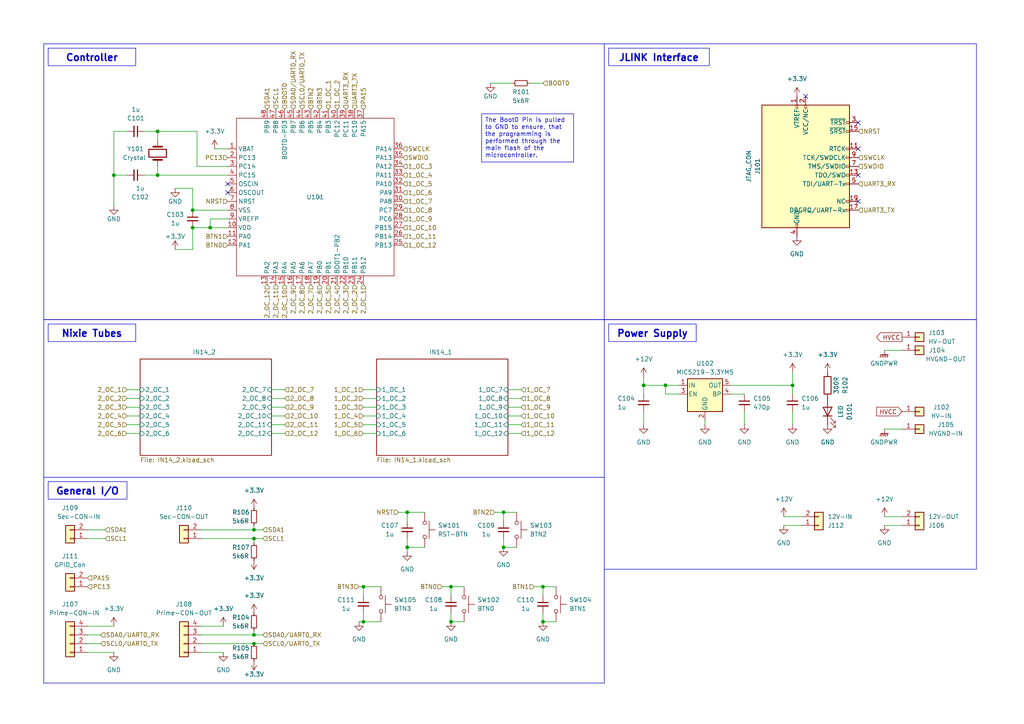
<source format=kicad_sch>
(kicad_sch (version 20230121) (generator eeschema)
  (paper "A4")
  (lib_symbols
    (symbol "Conn_01x01_1" (pin_names (offset 1.016) hide)
      (property "Reference" "J103" (at 2.54 1.27 0))
      (property "Value" "Conn_01x01" (at 2.54 -1.27 0))
      (symbol "Conn_01x01_1_1_1"
        (rectangle (start -1.27 0.127) (end 0 -0.127) (stroke (width 0.1524)))
        (rectangle (start -1.27 1.27) (end 1.27 -1.27) (stroke (width 0.254)) (fill (type background)))
        (pin power_out line (at -5.08 0 0) (length 3.81) (name "Pin_1") (number "1"))
      )
    )
    (symbol "Conn_01x01_2" (pin_names (offset 1.016) hide)
      (property "Reference" "J104" (at 7.62 -1.27 0))
      (property "Value" "Conn_01x01" (at 7.62 1.27 0))
      (symbol "Conn_01x01_2_1_1"
        (rectangle (start -1.27 0.127) (end 0 -0.127) (stroke (width 0.1524)))
        (rectangle (start -1.27 1.27) (end 1.27 -1.27) (stroke (width 0.254)) (fill (type background)))
        (pin power_out line (at -5.08 0 0) (length 3.81) (name "Pin_1") (number "1"))
      )
    )
    (symbol "Conn_01x02_1" (pin_names (offset 1.016) hide)
      (property "Reference" "J106" (at 2.54 0 0))
      (property "Value" "Conn_01x02" (at 2.54 -2.54 0))
      (symbol "Conn_01x02_1_1_1"
        (rectangle (start -1.27 -2.413) (end 0 -2.667) (stroke (width 0.1524)))
        (rectangle (start -1.27 0.127) (end 0 -0.127) (stroke (width 0.1524)))
        (rectangle (start -1.27 1.27) (end 1.27 -3.81) (stroke (width 0.254)) (fill (type background)))
        (pin power_out line (at -5.08 0 0) (length 3.81) (name "Pin_1") (number "1"))
        (pin power_out line (at -5.08 -2.54 0) (length 3.81) (name "Pin_2") (number "2"))
      )
    )
    (symbol "Conn_01x02_2" (pin_names (offset 1.016) hide)
      (property "Reference" "J106" (at 2.54 0 0))
      (property "Value" "12V-OUT" (at 2.54 -2.54 0))
      (symbol "Conn_01x02_2_1_1"
        (rectangle (start -1.27 -2.413) (end 0 -2.667) (stroke (width 0.1524)))
        (rectangle (start -1.27 0.127) (end 0 -0.127) (stroke (width 0.1524)))
        (rectangle (start -1.27 1.27) (end 1.27 -3.81) (stroke (width 0.254)) (fill (type background)))
        (pin power_in line (at -5.08 0 0) (length 3.81) (name "Pin_1") (number "1"))
        (pin power_in line (at -5.08 -2.54 0) (length 3.81) (name "Pin_2") (number "2"))
      )
    )
    (symbol "Connector:Conn_ARM_JTAG_SWD_20" (pin_names (offset 1.016))
      (property "Reference" "J101" (at -13.97 0 90))
      (property "Value" "JTAG_CON" (at -16.51 0 90))
      (symbol "Conn_ARM_JTAG_SWD_20_0_1"
        (rectangle (start -12.7 17.78) (end 12.7 -17.78) (stroke (width 0.254)) (fill (type background)))
        (rectangle (start -2.794 -17.78) (end -2.286 -16.764))
        (rectangle (start -2.794 17.78) (end -2.286 16.764))
        (rectangle (start -0.254 17.78) (end 0.254 16.764))
        (rectangle (start 11.684 2.286) (end 12.7 2.794))
        (rectangle (start 12.7 -12.446) (end 11.684 -12.954))
        (rectangle (start 12.7 -9.906) (end 11.684 -10.414))
        (rectangle (start 12.7 -2.794) (end 11.684 -2.286))
        (rectangle (start 12.7 -0.254) (end 11.684 0.254))
        (rectangle (start 12.7 4.826) (end 11.684 5.334))
        (rectangle (start 12.7 10.414) (end 11.684 9.906))
        (rectangle (start 12.7 12.954) (end 11.684 12.446))
      )
      (symbol "Conn_ARM_JTAG_SWD_20_1_1"
        (rectangle (start 11.684 -5.334) (end 12.7 -4.826))
        (pin power_in line (at -2.54 20.32 270) (length 2.54) (name "VTREF") (number "1"))
        (pin passive line (at -2.54 -20.32 90) (length 2.54) hide (name "GND") (number "10"))
        (pin input line (at 15.24 5.08 180) (length 2.54) (name "RTCK") (number "11"))
        (pin passive line (at -2.54 -20.32 90) (length 2.54) hide (name "GND") (number "12"))
        (pin input line (at 15.24 -2.54 180) (length 2.54) (name "TDO/SWO") (number "13"))
        (pin passive line (at -2.54 -20.32 90) (length 2.54) hide (name "GND") (number "14"))
        (pin bidirectional line (at 15.24 10.16 180) (length 2.54) (name "~{SRST}") (number "15"))
        (pin passive line (at -2.54 -20.32 90) (length 2.54) hide (name "GND") (number "16"))
        (pin output line (at 15.24 -12.7 180) (length 2.54) (name "DBGRQ/UART-Rx") (number "17"))
        (pin passive line (at -2.54 -20.32 90) (length 2.54) hide (name "GND") (number "18"))
        (pin input line (at 15.24 -10.16 180) (length 2.54) (name "NC") (number "19"))
        (pin power_in line (at 0 20.32 270) (length 2.54) (name "VCC/NC") (number "2"))
        (pin passive line (at -2.54 -20.32 90) (length 2.54) hide (name "GND") (number "20"))
        (pin output line (at 15.24 12.7 180) (length 2.54) (name "~{TRST}") (number "3"))
        (pin power_in line (at -2.54 -20.32 90) (length 2.54) (name "GND") (number "4"))
        (pin output line (at 15.24 -5.08 180) (length 2.54) (name "TDI/UART-Tx") (number "5"))
        (pin passive line (at -2.54 -20.32 90) (length 2.54) hide (name "GND") (number "6"))
        (pin output line (at 15.24 0 180) (length 2.54) (name "TMS/SWDIO") (number "7"))
        (pin passive line (at -2.54 -20.32 90) (length 2.54) hide (name "GND") (number "8"))
        (pin output line (at 15.24 2.54 180) (length 2.54) (name "TCK/SWDCLK") (number "9"))
      )
    )
    (symbol "Connector_Generic:Conn_01x01" (pin_names (offset 1.016) hide)
      (property "Reference" "J" (at 0 2.54 0))
      (property "Value" "Conn_01x01" (at 0 -2.54 0))
      (symbol "Conn_01x01_1_1"
        (rectangle (start -1.27 0.127) (end 0 -0.127) (stroke (width 0.1524)))
        (rectangle (start -1.27 1.27) (end 1.27 -1.27) (stroke (width 0.254)) (fill (type background)))
        (pin passive line (at -5.08 0 0) (length 3.81) (name "Pin_1") (number "1"))
      )
    )
    (symbol "Connector_Generic:Conn_01x02" (pin_names (offset 1.016) hide)
      (property "Reference" "J" (at 0 2.54 0))
      (property "Value" "Conn_01x02" (at 0 -5.08 0))
      (symbol "Conn_01x02_1_1"
        (rectangle (start -1.27 -2.413) (end 0 -2.667) (stroke (width 0.1524)))
        (rectangle (start -1.27 0.127) (end 0 -0.127) (stroke (width 0.1524)))
        (rectangle (start -1.27 1.27) (end 1.27 -3.81) (stroke (width 0.254)) (fill (type background)))
        (pin passive line (at -5.08 0 0) (length 3.81) (name "Pin_1") (number "1"))
        (pin passive line (at -5.08 -2.54 0) (length 3.81) (name "Pin_2") (number "2"))
      )
    )
    (symbol "Connector_Generic:Conn_01x04" (pin_names (offset 1.016) hide)
      (property "Reference" "J" (at 0 5.08 0))
      (property "Value" "Conn_01x04" (at 0 -7.62 0))
      (symbol "Conn_01x04_1_1"
        (rectangle (start -1.27 -4.953) (end 0 -5.207) (stroke (width 0.1524)))
        (rectangle (start -1.27 -2.413) (end 0 -2.667) (stroke (width 0.1524)))
        (rectangle (start -1.27 0.127) (end 0 -0.127) (stroke (width 0.1524)))
        (rectangle (start -1.27 2.667) (end 0 2.413) (stroke (width 0.1524)))
        (rectangle (start -1.27 3.81) (end 1.27 -6.35) (stroke (width 0.254)) (fill (type background)))
        (pin passive line (at -5.08 2.54 0) (length 3.81) (name "Pin_1") (number "1"))
        (pin passive line (at -5.08 0 0) (length 3.81) (name "Pin_2") (number "2"))
        (pin passive line (at -5.08 -2.54 0) (length 3.81) (name "Pin_3") (number "3"))
        (pin passive line (at -5.08 -5.08 0) (length 3.81) (name "Pin_4") (number "4"))
      )
    )
    (symbol "Device:C_Small" (pin_numbers hide) (pin_names (offset 0.254) hide)
      (property "Reference" "C" (at 0.254 1.778 0))
      (property "Value" "C_Small" (at 0.254 -2.032 0))
      (symbol "C_Small_0_1"
        (polyline (pts (xy -1.524 -0.508) (xy 1.524 -0.508)) (stroke (width 0.3302)))
        (polyline (pts (xy -1.524 0.508) (xy 1.524 0.508)) (stroke (width 0.3048)))
      )
      (symbol "C_Small_1_1"
        (pin passive line (at 0 2.54 270) (length 2.032) (name "~") (number "1"))
        (pin passive line (at 0 -2.54 90) (length 2.032) (name "~") (number "2"))
      )
    )
    (symbol "Device:Crystal" (pin_numbers hide) (pin_names (offset 1.016) hide)
      (property "Reference" "Y" (at 0 3.81 0))
      (property "Value" "Crystal" (at 0 -3.81 0))
      (symbol "Crystal_0_1"
        (rectangle (start -1.143 2.54) (end 1.143 -2.54) (stroke (width 0.3048)))
        (polyline (pts (xy -2.54 0) (xy -1.905 0)))
        (polyline (pts (xy -1.905 -1.27) (xy -1.905 1.27)) (stroke (width 0.508)))
        (polyline (pts (xy 1.905 -1.27) (xy 1.905 1.27)) (stroke (width 0.508)))
        (polyline (pts (xy 2.54 0) (xy 1.905 0)))
      )
      (symbol "Crystal_1_1"
        (pin passive line (at -3.81 0 0) (length 1.27) (name "1") (number "1"))
        (pin passive line (at 3.81 0 180) (length 1.27) (name "2") (number "2"))
      )
    )
    (symbol "Device:LED" (pin_numbers hide) (pin_names (offset 1.016) hide)
      (property "Reference" "D" (at 0 2.54 0))
      (property "Value" "LED" (at 0 -2.54 0))
      (symbol "LED_0_1"
        (polyline (pts (xy -1.27 -1.27) (xy -1.27 1.27)) (stroke (width 0.254)))
        (polyline (pts (xy -1.27 0) (xy 1.27 0)))
        (polyline (pts (xy 1.27 -1.27) (xy 1.27 1.27) (xy -1.27 0) (xy 1.27 -1.27)) (stroke (width 0.254)))
        (polyline (pts (xy -3.048 -0.762) (xy -4.572 -2.286) (xy -3.81 -2.286) (xy -4.572 -2.286) (xy -4.572 -1.524)))
        (polyline (pts (xy -1.778 -0.762) (xy -3.302 -2.286) (xy -2.54 -2.286) (xy -3.302 -2.286) (xy -3.302 -1.524)))
      )
      (symbol "LED_1_1"
        (pin passive line (at -3.81 0 0) (length 2.54) (name "K") (number "1"))
        (pin passive line (at 3.81 0 180) (length 2.54) (name "A") (number "2"))
      )
    )
    (symbol "Device:R" (pin_numbers hide) (pin_names (offset 0))
      (property "Reference" "R" (at 2.032 0 90))
      (property "Value" "R" (at 0 0 90))
      (symbol "R_0_1"
        (rectangle (start -1.016 -2.54) (end 1.016 2.54) (stroke (width 0.254)))
      )
      (symbol "R_1_1"
        (pin passive line (at 0 3.81 270) (length 1.27) (name "~") (number "1"))
        (pin passive line (at 0 -3.81 90) (length 1.27) (name "~") (number "2"))
      )
    )
    (symbol "Device:R_Small" (pin_numbers hide) (pin_names (offset 0.254) hide)
      (property "Reference" "R" (at 0.762 0.508 0))
      (property "Value" "R_Small" (at 0.762 -1.016 0))
      (symbol "R_Small_0_1"
        (rectangle (start -0.762 1.778) (end 0.762 -1.778) (stroke (width 0.2032)))
      )
      (symbol "R_Small_1_1"
        (pin passive line (at 0 2.54 270) (length 0.762) (name "~") (number "1"))
        (pin passive line (at 0 -2.54 90) (length 0.762) (name "~") (number "2"))
      )
    )
    (symbol "Regulator_Linear:MIC5219-3.3YM5" (pin_names (offset 0.254))
      (property "Reference" "U" (at -3.81 5.715 0))
      (property "Value" "MIC5219-3.3YM5" (at 0 5.715 0))
      (symbol "MIC5219-3.3YM5_0_1"
        (rectangle (start -5.08 4.445) (end 5.08 -5.08) (stroke (width 0.254)) (fill (type background)))
      )
      (symbol "MIC5219-3.3YM5_1_1"
        (pin power_in line (at -7.62 2.54 0) (length 2.54) (name "IN") (number "1"))
        (pin power_in line (at 0 -7.62 90) (length 2.54) (name "GND") (number "2"))
        (pin input line (at -7.62 0 0) (length 2.54) (name "EN") (number "3"))
        (pin input line (at 7.62 0 180) (length 2.54) (name "BP") (number "4"))
        (pin power_out line (at 7.62 2.54 180) (length 2.54) (name "OUT") (number "5"))
      )
    )
    (symbol "Switch:SW_Push" (pin_numbers hide) (pin_names (offset 1.016) hide)
      (property "Reference" "SW" (at 1.27 2.54 0))
      (property "Value" "SW_Push" (at 0 -1.524 0))
      (symbol "SW_Push_0_1"
        (circle (center -2.032 0) (radius 0.508))
        (polyline (pts (xy 0 1.27) (xy 0 3.048)))
        (polyline (pts (xy 2.54 1.27) (xy -2.54 1.27)))
        (circle (center 2.032 0) (radius 0.508))
        (pin passive line (at -5.08 0 0) (length 2.54) (name "1") (number "1"))
        (pin passive line (at 5.08 0 180) (length 2.54) (name "2") (number "2"))
      )
    )
    (symbol "gd32l233cct6:GD32L233CCT6"
      (property "Reference" "U" (at 0 0 0))
      (symbol "GD32L233CCT6_0_1"
        (rectangle (start -22.86 22.86) (end 22.86 -22.86))
      )
      (symbol "GD32L233CCT6_1_1"
        (pin power_in line (at -25.4 13.97 0) (length 2.54) (name "VBAT") (number "1"))
        (pin power_in line (at -25.4 -8.89 0) (length 2.54) (name "VDD") (number "10"))
        (pin bidirectional line (at -25.4 -11.43 0) (length 2.54) (name "PA0") (number "11"))
        (pin bidirectional line (at -25.4 -13.97 0) (length 2.54) (name "PA1") (number "12"))
        (pin bidirectional line (at -13.97 -25.4 90) (length 2.54) (name "PA2") (number "13"))
        (pin bidirectional line (at -11.43 -25.4 90) (length 2.54) (name "PA3") (number "14"))
        (pin bidirectional line (at -8.89 -25.4 90) (length 2.54) (name "PA4") (number "15"))
        (pin bidirectional line (at -6.35 -25.4 90) (length 2.54) (name "PA5") (number "16"))
        (pin bidirectional line (at -3.81 -25.4 90) (length 2.54) (name "PA6") (number "17"))
        (pin bidirectional line (at -1.27 -25.4 90) (length 2.54) (name "PA7") (number "18"))
        (pin bidirectional line (at 1.27 -25.4 90) (length 2.54) (name "PB0") (number "19"))
        (pin bidirectional line (at -25.4 11.43 0) (length 2.54) (name "PC13") (number "2"))
        (pin bidirectional line (at 3.81 -25.4 90) (length 2.54) (name "PB1") (number "20"))
        (pin bidirectional line (at 6.35 -25.4 90) (length 2.54) (name "BOOT1-PB2") (number "21"))
        (pin bidirectional line (at 8.89 -25.4 90) (length 2.54) (name "PB10") (number "22"))
        (pin bidirectional line (at 11.43 -25.4 90) (length 2.54) (name "PB11") (number "23"))
        (pin bidirectional line (at 13.97 -25.4 90) (length 2.54) (name "PB12") (number "24"))
        (pin bidirectional line (at 25.4 -13.97 180) (length 2.54) (name "PB13") (number "25"))
        (pin bidirectional line (at 25.4 -11.43 180) (length 2.54) (name "PB14") (number "26"))
        (pin bidirectional line (at 25.4 -8.89 180) (length 2.54) (name "PB15") (number "27"))
        (pin bidirectional line (at 25.4 -6.35 180) (length 2.54) (name "PC6") (number "28"))
        (pin bidirectional line (at 25.4 -3.81 180) (length 2.54) (name "PC7") (number "29"))
        (pin bidirectional line (at -25.4 8.89 0) (length 2.54) (name "PC14") (number "3"))
        (pin bidirectional line (at 25.4 -1.27 180) (length 2.54) (name "PA8") (number "30"))
        (pin bidirectional line (at 25.4 1.27 180) (length 2.54) (name "PA9") (number "31"))
        (pin bidirectional line (at 25.4 3.81 180) (length 2.54) (name "PA10") (number "32"))
        (pin bidirectional line (at 25.4 6.35 180) (length 2.54) (name "PA11") (number "33"))
        (pin bidirectional line (at 25.4 8.89 180) (length 2.54) (name "PA12") (number "34"))
        (pin bidirectional line (at 25.4 11.43 180) (length 2.54) (name "PA13") (number "35"))
        (pin bidirectional line (at 25.4 13.97 180) (length 2.54) (name "PA14") (number "36"))
        (pin bidirectional line (at 13.97 25.4 270) (length 2.54) (name "PA15") (number "37"))
        (pin bidirectional line (at 11.43 25.4 270) (length 2.54) (name "PC10") (number "38"))
        (pin bidirectional line (at 8.89 25.4 270) (length 2.54) (name "PC11") (number "39"))
        (pin bidirectional line (at -25.4 6.35 0) (length 2.54) (name "PC15") (number "4"))
        (pin bidirectional line (at 6.35 25.4 270) (length 2.54) (name "PC12") (number "40"))
        (pin bidirectional line (at 3.81 25.4 270) (length 2.54) (name "PB3") (number "41"))
        (pin bidirectional line (at 1.27 25.4 270) (length 2.54) (name "PB4") (number "42"))
        (pin bidirectional line (at -1.27 25.4 270) (length 2.54) (name "PB5") (number "43"))
        (pin bidirectional line (at -3.81 25.4 270) (length 2.54) (name "PB6") (number "44"))
        (pin bidirectional line (at -6.35 25.4 270) (length 2.54) (name "PB7") (number "45"))
        (pin bidirectional line (at -8.89 25.4 270) (length 2.54) (name "BOOT0-PD3") (number "46"))
        (pin bidirectional line (at -11.43 25.4 270) (length 2.54) (name "PB8") (number "47"))
        (pin bidirectional line (at -13.97 25.4 270) (length 2.54) (name "PB9") (number "48"))
        (pin bidirectional line (at -25.4 3.81 0) (length 2.54) (name "OSCIN") (number "5"))
        (pin bidirectional line (at -25.4 1.27 0) (length 2.54) (name "OSCOUT") (number "6"))
        (pin bidirectional line (at -25.4 -1.27 0) (length 2.54) (name "NRST") (number "7"))
        (pin power_in line (at -25.4 -3.81 0) (length 2.54) (name "VSS") (number "8"))
        (pin passive line (at -25.4 -6.35 0) (length 2.54) (name "VREFP") (number "9"))
      )
    )
    (symbol "power:+12V" (power) (pin_names (offset 0))
      (property "Value" "+12V" (at 0 3.556 0))
      (symbol "+12V_0_1"
        (polyline (pts (xy -0.762 1.27) (xy 0 2.54)))
        (polyline (pts (xy 0 0) (xy 0 2.54)))
        (polyline (pts (xy 0 2.54) (xy 0.762 1.27)))
      )
      (symbol "+12V_1_1"
        (pin power_in line (at 0 0 90) (length 0) hide (name "+12V") (number "1"))
      )
    )
    (symbol "power:+3.3V" (power) (pin_names (offset 0))
      (property "Value" "+3.3V" (at 0 3.556 0))
      (symbol "+3.3V_0_1"
        (polyline (pts (xy -0.762 1.27) (xy 0 2.54)))
        (polyline (pts (xy 0 0) (xy 0 2.54)))
        (polyline (pts (xy 0 2.54) (xy 0.762 1.27)))
      )
      (symbol "+3.3V_1_1"
        (pin power_in line (at 0 0 90) (length 0) hide (name "+3.3V") (number "1"))
      )
    )
    (symbol "power:GND" (power) (pin_names (offset 0))
      (property "Value" "GND" (at 0 -3.81 0))
      (symbol "GND_0_1"
        (polyline (pts (xy 0 0) (xy 0 -1.27) (xy 1.27 -1.27) (xy 0 -2.54) (xy -1.27 -1.27) (xy 0 -1.27)))
      )
      (symbol "GND_1_1"
        (pin power_in line (at 0 0 270) (length 0) hide (name "GND") (number "1"))
      )
    )
    (symbol "power:GNDPWR" (power) (pin_names (offset 0))
      (property "Value" "GNDPWR" (at 0 -3.302 0))
      (symbol "GNDPWR_0_1"
        (polyline (pts (xy 0 -1.27) (xy 0 0)))
        (polyline (pts (xy -1.016 -1.27) (xy -1.27 -2.032) (xy -1.27 -2.032)) (stroke (width 0.2032)))
        (polyline (pts (xy -0.508 -1.27) (xy -0.762 -2.032) (xy -0.762 -2.032)) (stroke (width 0.2032)))
        (polyline (pts (xy 0 -1.27) (xy -0.254 -2.032) (xy -0.254 -2.032)) (stroke (width 0.2032)))
        (polyline (pts (xy 0.508 -1.27) (xy 0.254 -2.032) (xy 0.254 -2.032)) (stroke (width 0.2032)))
        (polyline (pts (xy 1.016 -1.27) (xy -1.016 -1.27) (xy -1.016 -1.27)) (stroke (width 0.2032)))
        (polyline (pts (xy 1.016 -1.27) (xy 0.762 -2.032) (xy 0.762 -2.032) (xy 0.762 -2.032)) (stroke (width 0.2032)))
      )
      (symbol "GNDPWR_1_1"
        (pin power_in line (at 0 0 270) (length 0) hide (name "GNDPWR") (number "1"))
      )
    )
  )
  (junction (at 146.05 158.75))
  (junction (at 130.81 180.34))
  (junction (at 55.88 66.04))
  (junction (at 105.41 180.34))
  (junction (at 186.69 111.76))
  (junction (at 73.66 184.15))
  (junction (at 105.41 170.18))
  (junction (at 157.48 170.18))
  (junction (at 193.04 111.76))
  (junction (at 73.66 156.21))
  (junction (at 229.87 111.76))
  (junction (at 73.66 186.69))
  (junction (at 118.11 148.59))
  (junction (at 60.96 66.04))
  (junction (at 157.48 180.34))
  (junction (at 73.66 153.67))
  (junction (at 55.88 60.96))
  (junction (at 118.11 158.75))
  (junction (at 130.81 170.18))
  (junction (at 33.02 50.8))
  (junction (at 45.72 38.1))
  (junction (at 146.05 148.59))
  (junction (at 45.72 50.8))
  (no_connect (at 233.68 27.94))
  (no_connect (at 248.92 58.42))
  (no_connect (at 66.04 53.34))
  (no_connect (at 248.92 35.56))
  (no_connect (at 248.92 43.18))
  (no_connect (at 66.04 55.88))
  (no_connect (at 248.92 50.8))
  (wire (pts (xy 193.04 111.76) (xy 196.85 111.76)))
  (wire (pts (xy 147.32 120.65) (xy 151.13 120.65)))
  (wire (pts (xy 25.4 184.15) (xy 29.21 184.15)))
  (wire (pts (xy 186.69 123.19) (xy 186.69 119.38)))
  (wire (pts (xy 148.59 24.13) (xy 142.24 24.13)))
  (wire (pts (xy 36.83 118.11) (xy 40.64 118.11)))
  (wire (pts (xy 186.69 111.76) (xy 193.04 111.76)))
  (wire (pts (xy 130.81 170.18) (xy 130.81 172.72)))
  (wire (pts (xy 45.72 38.1) (xy 57.15 38.1)))
  (wire (pts (xy 78.74 113.03) (xy 82.55 113.03)))
  (wire (pts (xy 130.81 170.18) (xy 134.62 170.18)))
  (wire (pts (xy 229.87 114.3) (xy 229.87 111.76)))
  (wire (pts (xy 256.54 149.86) (xy 261.62 149.86)))
  (wire (pts (xy 147.32 115.57) (xy 151.13 115.57)))
  (wire (pts (xy 33.02 50.8) (xy 36.83 50.8)))
  (wire (pts (xy 229.87 107.95) (xy 229.87 111.76)))
  (wire (pts (xy 130.81 177.8) (xy 130.81 180.34)))
  (wire (pts (xy 78.74 125.73) (xy 82.55 125.73)))
  (wire (pts (xy 227.33 149.86) (xy 232.41 149.86)))
  (wire (pts (xy 73.66 184.15) (xy 76.2 184.15)))
  (wire (pts (xy 33.02 38.1) (xy 36.83 38.1)))
  (wire (pts (xy 105.41 123.19) (xy 109.22 123.19)))
  (wire (pts (xy 105.41 120.65) (xy 109.22 120.65)))
  (wire (pts (xy 118.11 158.75) (xy 123.19 158.75)))
  (wire (pts (xy 118.11 160.02) (xy 118.11 158.75)))
  (wire (pts (xy 55.88 66.04) (xy 60.96 66.04)))
  (wire (pts (xy 36.83 120.65) (xy 40.64 120.65)))
  (wire (pts (xy 45.72 50.8) (xy 66.04 50.8)))
  (wire (pts (xy 78.74 118.11) (xy 82.55 118.11)))
  (wire (pts (xy 256.54 124.46) (xy 261.62 124.46)))
  (wire (pts (xy 33.02 59.69) (xy 33.02 50.8)))
  (wire (pts (xy 73.66 186.69) (xy 76.2 186.69)))
  (wire (pts (xy 229.87 111.76) (xy 212.09 111.76)))
  (wire (pts (xy 58.42 186.69) (xy 73.66 186.69)))
  (wire (pts (xy 128.27 170.18) (xy 130.81 170.18)))
  (wire (pts (xy 118.11 148.59) (xy 123.19 148.59)))
  (wire (pts (xy 73.66 156.21) (xy 76.2 156.21)))
  (wire (pts (xy 25.4 181.61) (xy 33.02 181.61)))
  (wire (pts (xy 60.96 66.04) (xy 66.04 66.04)))
  (wire (pts (xy 147.32 113.03) (xy 151.13 113.03)))
  (wire (pts (xy 154.94 170.18) (xy 157.48 170.18)))
  (wire (pts (xy 157.48 170.18) (xy 161.29 170.18)))
  (wire (pts (xy 55.88 60.96) (xy 66.04 60.96)))
  (wire (pts (xy 146.05 148.59) (xy 149.86 148.59)))
  (wire (pts (xy 146.05 148.59) (xy 146.05 151.13)))
  (wire (pts (xy 57.15 48.26) (xy 66.04 48.26)))
  (wire (pts (xy 130.81 180.34) (xy 134.62 180.34)))
  (wire (pts (xy 229.87 123.19) (xy 229.87 119.38)))
  (wire (pts (xy 57.15 48.26) (xy 57.15 38.1)))
  (wire (pts (xy 78.74 120.65) (xy 82.55 120.65)))
  (wire (pts (xy 58.42 156.21) (xy 73.66 156.21)))
  (wire (pts (xy 73.66 153.67) (xy 76.2 153.67)))
  (wire (pts (xy 36.83 115.57) (xy 40.64 115.57)))
  (wire (pts (xy 186.69 114.3) (xy 186.69 111.76)))
  (wire (pts (xy 25.4 153.67) (xy 30.48 153.67)))
  (wire (pts (xy 66.04 63.5) (xy 60.96 63.5)))
  (wire (pts (xy 41.91 50.8) (xy 45.72 50.8)))
  (wire (pts (xy 157.48 177.8) (xy 157.48 180.34)))
  (wire (pts (xy 215.9 123.19) (xy 215.9 119.38)))
  (wire (pts (xy 50.8 72.39) (xy 55.88 72.39)))
  (wire (pts (xy 58.42 189.23) (xy 64.77 189.23)))
  (wire (pts (xy 146.05 158.75) (xy 149.86 158.75)))
  (wire (pts (xy 105.41 118.11) (xy 109.22 118.11)))
  (wire (pts (xy 58.42 153.67) (xy 73.66 153.67)))
  (wire (pts (xy 105.41 177.8) (xy 105.41 180.34)))
  (wire (pts (xy 104.14 180.34) (xy 105.41 180.34)))
  (wire (pts (xy 118.11 148.59) (xy 118.11 151.13)))
  (wire (pts (xy 256.54 101.6) (xy 261.62 101.6)))
  (wire (pts (xy 58.42 184.15) (xy 73.66 184.15)))
  (wire (pts (xy 204.47 123.19) (xy 204.47 121.92)))
  (wire (pts (xy 105.41 170.18) (xy 110.49 170.18)))
  (wire (pts (xy 196.85 114.3) (xy 193.04 114.3)))
  (wire (pts (xy 118.11 156.21) (xy 118.11 158.75)))
  (wire (pts (xy 227.33 152.4) (xy 232.41 152.4)))
  (wire (pts (xy 36.83 113.03) (xy 40.64 113.03)))
  (wire (pts (xy 105.41 115.57) (xy 109.22 115.57)))
  (wire (pts (xy 62.23 43.18) (xy 66.04 43.18)))
  (wire (pts (xy 73.66 152.4) (xy 73.66 153.67)))
  (wire (pts (xy 60.96 63.5) (xy 60.96 66.04)))
  (wire (pts (xy 73.66 182.88) (xy 73.66 184.15)))
  (wire (pts (xy 25.4 186.69) (xy 29.21 186.69)))
  (wire (pts (xy 25.4 156.21) (xy 30.48 156.21)))
  (wire (pts (xy 105.41 170.18) (xy 105.41 172.72)))
  (wire (pts (xy 33.02 38.1) (xy 33.02 50.8)))
  (wire (pts (xy 73.66 156.21) (xy 73.66 157.48)))
  (wire (pts (xy 147.32 118.11) (xy 151.13 118.11)))
  (wire (pts (xy 157.48 180.34) (xy 161.29 180.34)))
  (wire (pts (xy 157.48 24.13) (xy 153.67 24.13)))
  (wire (pts (xy 256.54 152.4) (xy 261.62 152.4)))
  (wire (pts (xy 147.32 123.19) (xy 151.13 123.19)))
  (wire (pts (xy 36.83 123.19) (xy 40.64 123.19)))
  (wire (pts (xy 147.32 125.73) (xy 151.13 125.73)))
  (wire (pts (xy 212.09 114.3) (xy 215.9 114.3)))
  (wire (pts (xy 36.83 125.73) (xy 40.64 125.73)))
  (wire (pts (xy 50.8 54.61) (xy 55.88 54.61)))
  (wire (pts (xy 78.74 115.57) (xy 82.55 115.57)))
  (wire (pts (xy 55.88 54.61) (xy 55.88 60.96)))
  (wire (pts (xy 78.74 123.19) (xy 82.55 123.19)))
  (wire (pts (xy 25.4 189.23) (xy 33.02 189.23)))
  (wire (pts (xy 146.05 156.21) (xy 146.05 158.75)))
  (wire (pts (xy 115.57 148.59) (xy 118.11 148.59)))
  (wire (pts (xy 186.69 111.76) (xy 186.69 109.22)))
  (wire (pts (xy 157.48 170.18) (xy 157.48 172.72)))
  (wire (pts (xy 45.72 40.64) (xy 45.72 38.1)))
  (wire (pts (xy 105.41 113.03) (xy 109.22 113.03)))
  (wire (pts (xy 55.88 72.39) (xy 55.88 66.04)))
  (wire (pts (xy 105.41 180.34) (xy 110.49 180.34)))
  (wire (pts (xy 143.51 148.59) (xy 146.05 148.59)))
  (wire (pts (xy 58.42 181.61) (xy 64.77 181.61)))
  (wire (pts (xy 104.14 170.18) (xy 105.41 170.18)))
  (wire (pts (xy 41.91 38.1) (xy 45.72 38.1)))
  (wire (pts (xy 45.72 48.26) (xy 45.72 50.8)))
  (wire (pts (xy 193.04 114.3) (xy 193.04 111.76)))
  (wire (pts (xy 105.41 125.73) (xy 109.22 125.73)))
  (rectangle (start 175.26 92.71) (end 283.21 165.1))
  (rectangle (start 175.26 12.7) (end 283.21 92.71))
  (rectangle (start 12.7 138.43) (end 175.26 198.12))
  (rectangle (start 12.7 12.7) (end 175.26 92.71))
  (rectangle (start 12.7 92.71) (end 175.26 138.43))
  (text_box "General I/O\n" (at 13.97 139.7 0) (size 22.86 5.08) (effects (font (size 2 2) (thickness 0.4) bold) (justify top)))
  (text_box "Nixie Tubes" (at 13.97 93.98 0) (size 25.4 5.08) (effects (font (size 2 2) (thickness 0.4) bold) (justify top)))
  (text_box "The Boot0 Pin is pulled to GND to ensure, that the programming is performed through the main flash of the microcontroller.\n" (at 139.7 33.02 0) (size 26.67 13.97) (effects (font (size 1.27 1.27)) (justify left top)))
  (text_box "JLINK Interface" (at 176.53 13.97 0) (size 29.21 5.08) (effects (font (size 2 2) (thickness 0.4) bold) (justify top)))
  (text_box "Controller" (at 13.97 13.97 0) (size 25.4 5.08) (effects (font (size 2 2) (thickness 0.4) bold) (justify top)))
  (text_box "Power Supply" (at 176.53 93.98 0) (size 25.4 5.08) (effects (font (size 2 2) (thickness 0.4) bold) (justify top)))
  (global_label "HVCC" (shape input) (at 261.62 119.38 180) (property "Intersheetrefs" "${INTERSHEET_REFS}" (effects hide)))
  (global_label "HVCC" (shape output) (at 261.62 97.79 180) (property "Intersheetrefs" "${INTERSHEET_REFS}" (effects hide)))
  (hierarchical_label "PA15" (shape input) (at 25.4 167.64 0))
  (hierarchical_label "1_OC_3" (shape input) (at 116.84 48.26 0))
  (hierarchical_label "1_OC_9" (shape input) (at 116.84 63.5 0))
  (hierarchical_label "1_OC_4" (shape input) (at 105.41 120.65 180))
  (hierarchical_label "SDA0{slash}UART0_RX" (shape input) (at 85.09 31.75 90))
  (hierarchical_label "BTN3" (shape input) (at 92.71 31.75 90))
  (hierarchical_label "2_OC_5" (shape input) (at 36.83 123.19 180))
  (hierarchical_label "BOOT0" (shape input) (at 82.55 31.75 90))
  (hierarchical_label "2_OC_8" (shape input) (at 82.55 115.57 0))
  (hierarchical_label "PC13" (shape input) (at 66.04 45.72 180))
  (hierarchical_label "2_OC_5" (shape input) (at 95.25 82.55 270))
  (hierarchical_label "2_OC_4" (shape input) (at 97.79 82.55 270))
  (hierarchical_label "NRST" (shape input) (at 115.57 148.59 180))
  (hierarchical_label "2_OC_3" (shape input) (at 36.83 118.11 180))
  (hierarchical_label "NRST" (shape input) (at 248.92 38.1 0))
  (hierarchical_label "SCL1" (shape input) (at 80.01 31.75 90))
  (hierarchical_label "SCL1" (shape input) (at 30.48 156.21 0))
  (hierarchical_label "1_OC_6" (shape input) (at 105.41 125.73 180))
  (hierarchical_label "1_OC_12" (shape input) (at 151.13 125.73 0))
  (hierarchical_label "SCL0{slash}UART0_TX" (shape input) (at 29.21 186.69 0))
  (hierarchical_label "BTN3" (shape input) (at 104.14 170.18 180))
  (hierarchical_label "2_OC_12" (shape input) (at 77.47 82.55 270))
  (hierarchical_label "SDA0{slash}UART0_RX" (shape input) (at 29.21 184.15 0))
  (hierarchical_label "1_OC_7" (shape input) (at 151.13 113.03 0))
  (hierarchical_label "NRST" (shape input) (at 66.04 58.42 180))
  (hierarchical_label "2_OC_1" (shape input) (at 36.83 113.03 180))
  (hierarchical_label "2_OC_10" (shape input) (at 82.55 120.65 0))
  (hierarchical_label "BTN1" (shape input) (at 154.94 170.18 180))
  (hierarchical_label "BTN0" (shape input) (at 128.27 170.18 180))
  (hierarchical_label "1_OC_1" (shape input) (at 95.25 31.75 90))
  (hierarchical_label "SWDIO" (shape input) (at 248.92 48.26 0))
  (hierarchical_label "2_OC_1" (shape input) (at 105.41 82.55 270))
  (hierarchical_label "UART3_TX" (shape input) (at 248.92 60.96 0))
  (hierarchical_label "1_OC_11" (shape input) (at 151.13 123.19 0))
  (hierarchical_label "BTN0" (shape input) (at 66.04 71.12 180))
  (hierarchical_label "1_OC_3" (shape input) (at 105.41 118.11 180))
  (hierarchical_label "1_OC_4" (shape input) (at 116.84 50.8 0))
  (hierarchical_label "2_OC_3" (shape input) (at 100.33 82.55 270))
  (hierarchical_label "2_OC_8" (shape input) (at 87.63 82.55 270))
  (hierarchical_label "PC13" (shape input) (at 25.4 170.18 0))
  (hierarchical_label "2_OC_10" (shape input) (at 82.55 82.55 270))
  (hierarchical_label "SDA0{slash}UART0_RX" (shape input) (at 76.2 184.15 0))
  (hierarchical_label "SWDIO" (shape input) (at 116.84 45.72 0))
  (hierarchical_label "2_OC_2" (shape input) (at 102.87 82.55 270))
  (hierarchical_label "1_OC_10" (shape input) (at 151.13 120.65 0))
  (hierarchical_label "2_OC_6" (shape input) (at 36.83 125.73 180))
  (hierarchical_label "1_OC_8" (shape input) (at 151.13 115.57 0))
  (hierarchical_label "2_OC_11" (shape input) (at 80.01 82.55 270))
  (hierarchical_label "1_OC_1" (shape input) (at 105.41 113.03 180))
  (hierarchical_label "2_OC_12" (shape input) (at 82.55 125.73 0))
  (hierarchical_label "UART3_RX" (shape input) (at 100.33 31.75 90))
  (hierarchical_label "SWCLK" (shape input) (at 116.84 43.18 0))
  (hierarchical_label "SWCLK" (shape input) (at 248.92 45.72 0))
  (hierarchical_label "2_OC_7" (shape input) (at 82.55 113.03 0))
  (hierarchical_label "SCL0{slash}UART0_TX" (shape input) (at 76.2 186.69 0))
  (hierarchical_label "SDA1" (shape input) (at 76.2 153.67 0))
  (hierarchical_label "BTN2" (shape input) (at 90.17 31.75 90))
  (hierarchical_label "1_OC_2" (shape input) (at 105.41 115.57 180))
  (hierarchical_label "SDA1" (shape input) (at 30.48 153.67 0))
  (hierarchical_label "2_OC_2" (shape input) (at 36.83 115.57 180))
  (hierarchical_label "SCL0{slash}UART0_TX" (shape input) (at 87.63 31.75 90))
  (hierarchical_label "UART3_TX" (shape input) (at 102.87 31.75 90))
  (hierarchical_label "2_OC_11" (shape input) (at 82.55 123.19 0))
  (hierarchical_label "1_OC_11" (shape input) (at 116.84 68.58 0))
  (hierarchical_label "1_OC_8" (shape input) (at 116.84 60.96 0))
  (hierarchical_label "1_OC_12" (shape input) (at 116.84 71.12 0))
  (hierarchical_label "1_OC_5" (shape input) (at 105.41 123.19 180))
  (hierarchical_label "2_OC_9" (shape input) (at 85.09 82.55 270))
  (hierarchical_label "BTN1" (shape input) (at 66.04 68.58 180))
  (hierarchical_label "BTN2" (shape input) (at 143.51 148.59 180))
  (hierarchical_label "UART3_RX" (shape input) (at 248.92 53.34 0))
  (hierarchical_label "2_OC_9" (shape input) (at 82.55 118.11 0))
  (hierarchical_label "PA15" (shape input) (at 105.41 31.75 90))
  (hierarchical_label "1_OC_9" (shape input) (at 151.13 118.11 0))
  (hierarchical_label "2_OC_7" (shape input) (at 90.17 82.55 270))
  (hierarchical_label "1_OC_10" (shape input) (at 116.84 66.04 0))
  (hierarchical_label "1_OC_7" (shape input) (at 116.84 58.42 0))
  (hierarchical_label "BOOT0" (shape input) (at 157.48 24.13 0))
  (hierarchical_label "SDA1" (shape input) (at 77.47 31.75 90))
  (hierarchical_label "1_OC_6" (shape input) (at 116.84 55.88 0))
  (hierarchical_label "1_OC_2" (shape input) (at 97.79 31.75 90))
  (hierarchical_label "2_OC_4" (shape input) (at 36.83 120.65 180))
  (hierarchical_label "2_OC_6" (shape input) (at 92.71 82.55 270))
  (hierarchical_label "1_OC_5" (shape input) (at 116.84 53.34 0))
  (hierarchical_label "SCL1" (shape input) (at 76.2 156.21 0))
  (symbol (lib_id "power:GND") (at 64.77 189.23 0) (unit 1)
    (property "Reference" "#PWR0127" (effects hide))
    (property "Value" "GND" (at 64.77 194.31 0))
  )
  (symbol (lib_id "Connector_Generic:Conn_01x02") (at 20.32 170.18 180) (unit 1)
    (property "Reference" "J111" (at 20.32 161.29 0))
    (property "Value" "GPIO_Con" (at 20.32 163.83 0))
    (property "Footprint" "Connector_PinHeader_2.54mm:PinHeader_1x02_P2.54mm_Vertical" (effects hide))
  )
  (symbol (lib_id "Device:C_Small") (at 55.88 63.5 0) (unit 1)
    (property "Reference" "C103" (at 48.26 62.23 0) (effects (justify left)))
    (property "Value" "1u" (at 49.53 64.77 0) (effects (justify left)))
    (property "Footprint" "Capacitor_SMD:C_0603_1608Metric_Pad1.08x0.95mm_HandSolder" (effects hide))
  )
  (symbol (lib_id "Switch:SW_Push") (at 123.19 153.67 270) (unit 1)
    (property "Reference" "SW101" (at 127 152.4 90) (effects (justify left)))
    (property "Value" "RST-BTN" (at 127 154.94 90) (effects (justify left)))
    (property "Footprint" "Button_Switch_SMD:SW_Push_1P1T_NO_6x6mm_H9.5mm" (effects hide))
  )
  (symbol (lib_id "power:GND") (at 229.87 123.19 0) (unit 1)
    (property "Reference" "#PWR0113" (effects hide))
    (property "Value" "GND" (at 229.87 128.27 0))
  )
  (symbol (lib_id "Device:C_Small") (at 215.9 116.84 0) (unit 1)
    (property "Reference" "C105" (at 218.44 115.5763 0) (effects (justify left)))
    (property "Value" "470p" (at 218.44 118.1163 0) (effects (justify left)))
    (property "Footprint" "Capacitor_SMD:C_0603_1608Metric_Pad1.08x0.95mm_HandSolder" (effects hide))
  )
  (symbol (lib_id "power:GND") (at 33.02 59.69 0) (unit 1)
    (property "Reference" "#PWR0104" (effects hide))
    (property "Value" "GND" (at 33.02 63.5 0))
  )
  (symbol (lib_id "power:+12V") (at 256.54 149.86 0) (unit 1)
    (property "Reference" "#PWR0123" (effects hide))
    (property "Value" "+12V" (at 256.54 144.78 0))
  )
  (symbol (lib_id "power:GND") (at 240.03 123.19 0) (unit 1)
    (property "Reference" "#PWR0115" (effects hide))
    (property "Value" "GND" (at 240.03 128.27 0))
  )
  (symbol (lib_id "Device:R_Small") (at 73.66 160.02 0) (unit 1)
    (property "Reference" "R107" (at 67.31 158.75 0) (effects (justify left)))
    (property "Value" "5k6R" (at 67.31 161.29 0) (effects (justify left)))
    (property "Footprint" "Resistor_SMD:R_0603_1608Metric_Pad0.98x0.95mm_HandSolder" (effects hide))
  )
  (symbol (lib_id "power:GND") (at 231.14 68.58 0) (unit 1)
    (property "Reference" "#PWR0107" (effects hide))
    (property "Value" "GND" (at 231.14 73.66 0))
  )
  (symbol (lib_id "power:+12V") (at 186.69 109.22 0) (unit 1)
    (property "Reference" "#PWR0108" (effects hide))
    (property "Value" "+12V" (at 186.69 104.14 0))
  )
  (symbol (lib_id "power:+3.3V") (at 73.66 162.56 180) (unit 1)
    (property "Reference" "#PWR0134" (effects hide))
    (property "Value" "+3.3V" (at 73.66 167.64 0))
  )
  (symbol (lib_id "Connector_Generic:Conn_01x01") (at 266.7 124.46 0) (unit 1)
    (property "Reference" "J105" (at 274.32 123.19 0))
    (property "Value" "HVGND-IN" (at 274.32 125.73 0))
    (property "Footprint" "Connector_PinHeader_2.54mm:PinHeader_1x01_P2.54mm_Vertical" (effects hide))
  )
  (symbol (lib_id "power:+3.3V") (at 62.23 43.18 0) (unit 1)
    (property "Reference" "#PWR0102" (effects hide))
    (property "Value" "+3.3V" (at 62.23 38.1 0))
  )
  (symbol (lib_id "Device:C_Small") (at 118.11 153.67 0) (unit 1)
    (property "Reference" "C107" (at 110.49 152.4 0) (effects (justify left)))
    (property "Value" "1u" (at 111.76 154.94 0) (effects (justify left)))
    (property "Footprint" "Capacitor_SMD:C_0603_1608Metric_Pad1.08x0.95mm_HandSolder" (effects hide))
  )
  (symbol (lib_id "power:GND") (at 142.24 24.13 0) (mirror y) (unit 1)
    (property "Reference" "#PWR0103" (effects hide))
    (property "Value" "GND" (at 142.24 27.94 0))
  )
  (symbol (lib_id "power:+3.3V") (at 231.14 27.94 0) (unit 1)
    (property "Reference" "#PWR0101" (effects hide))
    (property "Value" "+3.3V" (at 231.14 22.86 0))
  )
  (symbol (lib_name "Conn_01x02_1") (lib_id "Connector_Generic:Conn_01x02") (at 237.49 152.4 0) (mirror x) (unit 1)
    (property "Reference" "J112" (at 240.03 152.4 0) (effects (justify left)))
    (property "Value" "12V-IN" (at 240.03 149.86 0) (effects (justify left)))
    (property "Footprint" "Connector_PinHeader_2.54mm:PinHeader_1x02_P2.54mm_Vertical" (effects hide))
  )
  (symbol (lib_id "power:GND") (at 256.54 152.4 0) (unit 1)
    (property "Reference" "#PWR0122" (effects hide))
    (property "Value" "GND" (at 256.54 157.48 0))
  )
  (symbol (lib_id "Device:C_Small") (at 39.37 38.1 270) (unit 1)
    (property "Reference" "C101" (at 36.83 34.29 90) (effects (justify left)))
    (property "Value" "1u" (at 38.1 31.75 90) (effects (justify left)))
    (property "Footprint" "Capacitor_SMD:C_0603_1608Metric_Pad1.08x0.95mm_HandSolder" (effects hide))
  )
  (symbol (lib_id "power:GND") (at 118.11 160.02 0) (unit 1)
    (property "Reference" "#PWR0116" (effects hide))
    (property "Value" "GND" (at 118.11 165.1 0))
  )
  (symbol (lib_id "Switch:SW_Push") (at 161.29 175.26 270) (unit 1)
    (property "Reference" "SW104" (at 165.1 173.99 90) (effects (justify left)))
    (property "Value" "BTN1" (at 165.1 176.53 90) (effects (justify left)))
    (property "Footprint" "Button_Switch_SMD:SW_Push_1P1T_NO_6x6mm_H9.5mm" (effects hide))
  )
  (symbol (lib_id "power:GND") (at 33.02 189.23 0) (unit 1)
    (property "Reference" "#PWR0125" (effects hide))
    (property "Value" "GND" (at 33.02 194.31 0))
  )
  (symbol (lib_id "power:+3.3V") (at 73.66 147.32 0) (unit 1)
    (property "Reference" "#PWR0133" (effects hide))
    (property "Value" "+3.3V" (at 73.66 142.24 0))
  )
  (symbol (lib_id "Connector_Generic:Conn_01x01") (at 266.7 119.38 0) (unit 1)
    (property "Reference" "J102" (at 273.05 118.11 0))
    (property "Value" "HV-IN" (at 273.05 120.65 0))
    (property "Footprint" "Connector_PinHeader_2.54mm:PinHeader_1x01_P2.54mm_Vertical" (effects hide))
  )
  (symbol (lib_id "power:GND") (at 50.8 54.61 0) (unit 1)
    (property "Reference" "#PWR0105" (effects hide))
    (property "Value" "GND" (at 50.8 58.42 0))
  )
  (symbol (lib_id "power:+3.3V") (at 64.77 181.61 0) (unit 1)
    (property "Reference" "#PWR0126" (effects hide))
    (property "Value" "+3.3V" (at 64.77 176.53 0))
  )
  (symbol (lib_id "Device:Crystal") (at 45.72 44.45 270) (unit 1)
    (property "Reference" "Y101" (at 36.83 43.18 90) (effects (justify left)))
    (property "Value" "Crystal" (at 35.56 45.72 90) (effects (justify left)))
    (property "Footprint" "Crystal:Crystal_SMD_3215-2Pin_3.2x1.5mm" (effects hide))
  )
  (symbol (lib_id "power:GNDPWR") (at 256.54 124.46 0) (unit 1)
    (property "Reference" "#PWR0120" (effects hide))
    (property "Value" "GNDPWR" (at 256.413 128.27 0))
  )
  (symbol (lib_id "power:GND") (at 204.47 123.19 0) (unit 1)
    (property "Reference" "#PWR0111" (effects hide))
    (property "Value" "GND" (at 204.47 128.27 0))
  )
  (symbol (lib_id "Device:R_Small") (at 151.13 24.13 270) (mirror x) (unit 1)
    (property "Reference" "R101" (at 148.59 26.67 90) (effects (justify left)))
    (property "Value" "5k6R" (at 148.59 29.21 90) (effects (justify left)))
    (property "Footprint" "Resistor_SMD:R_0603_1608Metric_Pad0.98x0.95mm_HandSolder" (effects hide))
  )
  (symbol (lib_id "Switch:SW_Push") (at 149.86 153.67 270) (unit 1)
    (property "Reference" "SW103" (at 153.67 152.4 90) (effects (justify left)))
    (property "Value" "BTN2" (at 153.67 154.94 90) (effects (justify left)))
    (property "Footprint" "Button_Switch_SMD:SW_Push_1P1T_NO_6x6mm_H9.5mm" (effects hide))
  )
  (symbol (lib_id "Device:R") (at 240.03 111.76 180) (unit 1)
    (property "Reference" "R102" (at 245.11 111.76 90))
    (property "Value" "300R" (at 242.57 111.76 90))
    (property "Footprint" "Resistor_SMD:R_0603_1608Metric_Pad0.98x0.95mm_HandSolder" (effects hide))
  )
  (symbol (lib_id "Device:LED") (at 240.03 119.38 90) (unit 1)
    (property "Reference" "D101" (at 246.38 119.38 0))
    (property "Value" "LED" (at 243.84 119.38 0))
    (property "Footprint" "Diode_SMD:D_0603_1608Metric_Pad1.05x0.95mm_HandSolder" (effects hide))
  )
  (symbol (lib_id "Device:R_Small") (at 73.66 189.23 0) (unit 1)
    (property "Reference" "R105" (at 67.31 187.96 0) (effects (justify left)))
    (property "Value" "5k6R" (at 67.31 190.5 0) (effects (justify left)))
    (property "Footprint" "Resistor_SMD:R_0603_1608Metric_Pad0.98x0.95mm_HandSolder" (effects hide))
  )
  (symbol (lib_id "power:+3.3V") (at 229.87 107.95 0) (unit 1)
    (property "Reference" "#PWR0109" (effects hide))
    (property "Value" "+3.3V" (at 229.87 102.87 0))
  )
  (symbol (lib_id "gd32l233cct6:GD32L233CCT6") (at 91.44 57.15 0) (unit 1)
    (property "Reference" "U101" (at 91.44 57.15 0))
    (property "Value" "~" (at 92.71 57.15 0))
    (property "Footprint" "Package_QFP:LQFP-48_7x7mm_P0.5mm" (effects hide))
  )
  (symbol (lib_id "power:GND") (at 227.33 152.4 0) (unit 1)
    (property "Reference" "#PWR0130" (effects hide))
    (property "Value" "GND" (at 227.33 157.48 0))
  )
  (symbol (lib_id "Switch:SW_Push") (at 134.62 175.26 270) (unit 1)
    (property "Reference" "SW102" (at 138.43 173.99 90) (effects (justify left)))
    (property "Value" "BTN0" (at 138.43 176.53 90) (effects (justify left)))
    (property "Footprint" "Button_Switch_SMD:SW_Push_1P1T_NO_6x6mm_H9.5mm" (effects hide))
  )
  (symbol (lib_id "power:GND") (at 157.48 180.34 0) (unit 1)
    (property "Reference" "#PWR0119" (effects hide))
    (property "Value" "GND" (at 157.48 185.42 0))
  )
  (symbol (lib_name "Conn_01x02_2") (lib_id "Connector_Generic:Conn_01x02") (at 266.7 152.4 0) (mirror x) (unit 1)
    (property "Reference" "J106" (at 269.24 152.4 0) (effects (justify left)))
    (property "Value" "12V-OUT" (at 269.24 149.86 0) (effects (justify left)))
    (property "Footprint" "Connector_PinHeader_2.54mm:PinHeader_1x02_P2.54mm_Vertical" (effects hide))
  )
  (symbol (lib_id "Device:C_Small") (at 186.69 116.84 0) (unit 1)
    (property "Reference" "C104" (at 179.07 115.57 0) (effects (justify left)))
    (property "Value" "1u" (at 179.07 118.11 0) (effects (justify left)))
    (property "Footprint" "Capacitor_SMD:C_0603_1608Metric_Pad1.08x0.95mm_HandSolder" (effects hide))
  )
  (symbol (lib_id "Device:C_Small") (at 157.48 175.26 0) (unit 1)
    (property "Reference" "C110" (at 149.86 173.99 0) (effects (justify left)))
    (property "Value" "1u" (at 151.13 176.53 0) (effects (justify left)))
    (property "Footprint" "Capacitor_SMD:C_0603_1608Metric_Pad1.08x0.95mm_HandSolder" (effects hide))
  )
  (symbol (lib_id "Connector_Generic:Conn_01x02") (at 20.32 156.21 180) (unit 1)
    (property "Reference" "J109" (at 20.32 147.32 0))
    (property "Value" "Sec-CON-IN" (at 22.86 149.86 0))
    (property "Footprint" "Connector_PinHeader_2.54mm:PinHeader_1x02_P2.54mm_Vertical" (effects hide))
  )
  (symbol (lib_id "Device:C_Small") (at 229.87 116.84 0) (unit 1)
    (property "Reference" "C106" (at 232.41 115.5763 0) (effects (justify left)))
    (property "Value" "1u" (at 232.41 118.1163 0) (effects (justify left)))
    (property "Footprint" "Capacitor_SMD:C_0603_1608Metric_Pad1.08x0.95mm_HandSolder" (effects hide))
  )
  (symbol (lib_id "power:GNDPWR") (at 256.54 101.6 0) (unit 1)
    (property "Reference" "#PWR0121" (effects hide))
    (property "Value" "GNDPWR" (at 256.413 105.41 0))
  )
  (symbol (lib_id "power:GND") (at 104.14 180.34 0) (unit 1)
    (property "Reference" "#PWR0128" (effects hide))
    (property "Value" "GND" (at 104.14 185.42 0))
  )
  (symbol (lib_id "Device:C_Small") (at 130.81 175.26 0) (unit 1)
    (property "Reference" "C108" (at 123.19 173.99 0) (effects (justify left)))
    (property "Value" "1u" (at 124.46 176.53 0) (effects (justify left)))
    (property "Footprint" "Capacitor_SMD:C_0603_1608Metric_Pad1.08x0.95mm_HandSolder" (effects hide))
  )
  (symbol (lib_name "Conn_01x01_1") (lib_id "Connector_Generic:Conn_01x01") (at 266.7 97.79 0) (unit 1)
    (property "Reference" "J103" (at 269.24 96.52 0) (effects (justify left)))
    (property "Value" "HV-OUT" (at 269.24 99.06 0) (effects (justify left)))
    (property "Footprint" "Connector_PinHeader_2.54mm:PinHeader_1x01_P2.54mm_Vertical" (effects hide))
  )
  (symbol (lib_id "Regulator_Linear:MIC5219-3.3YM5") (at 204.47 114.3 0) (unit 1)
    (property "Reference" "U102" (at 204.47 105.41 0))
    (property "Value" "MIC5219-3.3YM5" (at 204.47 107.95 0))
    (property "Footprint" "Package_TO_SOT_SMD:SOT-23-5" (effects hide))
    (property "Datasheet" "http://ww1.microchip.com/downloads/en/DeviceDoc/MIC5219-500mA-Peak-Output-LDO-Regulator-DS20006021A.pdf" (effects hide))
  )
  (symbol (lib_id "Device:R_Small") (at 73.66 180.34 0) (unit 1)
    (property "Reference" "R104" (at 67.31 179.07 0) (effects (justify left)))
    (property "Value" "5k6R" (at 67.31 181.61 0) (effects (justify left)))
    (property "Footprint" "Resistor_SMD:R_0603_1608Metric_Pad0.98x0.95mm_HandSolder" (effects hide))
  )
  (symbol (lib_id "Device:C_Small") (at 146.05 153.67 0) (unit 1)
    (property "Reference" "C109" (at 138.43 152.4 0) (effects (justify left)))
    (property "Value" "1u" (at 139.7 154.94 0) (effects (justify left)))
    (property "Footprint" "Capacitor_SMD:C_0603_1608Metric_Pad1.08x0.95mm_HandSolder" (effects hide))
  )
  (symbol (lib_id "Device:R_Small") (at 73.66 149.86 0) (unit 1)
    (property "Reference" "R106" (at 67.31 148.59 0) (effects (justify left)))
    (property "Value" "5k6R" (at 67.31 151.13 0) (effects (justify left)))
    (property "Footprint" "Resistor_SMD:R_0603_1608Metric_Pad0.98x0.95mm_HandSolder" (effects hide))
  )
  (symbol (lib_id "Device:C_Small") (at 105.41 175.26 0) (unit 1)
    (property "Reference" "C111" (at 97.79 173.99 0) (effects (justify left)))
    (property "Value" "1u" (at 99.06 176.53 0) (effects (justify left)))
    (property "Footprint" "Capacitor_SMD:C_0603_1608Metric_Pad1.08x0.95mm_HandSolder" (effects hide))
  )
  (symbol (lib_id "Connector:Conn_ARM_JTAG_SWD_20") (at 233.68 48.26 0) (unit 1)
    (property "Reference" "J101" (at 219.71 48.26 90))
    (property "Value" "JTAG_CON" (at 217.17 48.26 90))
    (property "Footprint" "Connector_PinHeader_2.54mm:PinHeader_2x10_P2.54mm_Vertical" (effects hide))
    (property "Datasheet" "http://infocenter.arm.com/help/topic/com.arm.doc.dui0499b/DUI0499B_system_design_reference.pdf" (effects hide))
  )
  (symbol (lib_id "power:+3.3V") (at 73.66 177.8 0) (unit 1)
    (property "Reference" "#PWR0131" (effects hide))
    (property "Value" "+3.3V" (at 73.66 172.72 0))
  )
  (symbol (lib_id "Device:C_Small") (at 39.37 50.8 270) (unit 1)
    (property "Reference" "C102" (at 38.1 57.15 90) (effects (justify left)))
    (property "Value" "1u" (at 39.37 54.61 90) (effects (justify left)))
    (property "Footprint" "Capacitor_SMD:C_0603_1608Metric_Pad1.08x0.95mm_HandSolder" (effects hide))
  )
  (symbol (lib_id "Connector_Generic:Conn_01x04") (at 53.34 186.69 180) (unit 1)
    (property "Reference" "J108" (at 53.34 175.26 0))
    (property "Value" "Prime-CON-OUT" (at 53.34 177.8 0))
    (property "Footprint" "Connector_PinHeader_2.54mm:PinHeader_1x04_P2.54mm_Vertical" (effects hide))
  )
  (symbol (lib_id "power:GND") (at 130.81 180.34 0) (unit 1)
    (property "Reference" "#PWR0117" (effects hide))
    (property "Value" "GND" (at 130.81 185.42 0))
  )
  (symbol (lib_id "power:+12V") (at 227.33 149.86 0) (unit 1)
    (property "Reference" "#PWR0129" (effects hide))
    (property "Value" "+12V" (at 227.33 144.78 0))
  )
  (symbol (lib_id "Switch:SW_Push") (at 110.49 175.26 270) (unit 1)
    (property "Reference" "SW105" (at 114.3 173.99 90) (effects (justify left)))
    (property "Value" "BTN3" (at 114.3 176.53 90) (effects (justify left)))
    (property "Footprint" "Button_Switch_SMD:SW_Push_1P1T_NO_6x6mm_H9.5mm" (effects hide))
  )
  (symbol (lib_name "Conn_01x01_2") (lib_id "Connector_Generic:Conn_01x01") (at 266.7 101.6 0) (unit 1)
    (property "Reference" "J104" (at 271.78 101.6 0))
    (property "Value" "HVGND-OUT" (at 274.32 104.14 0))
    (property "Footprint" "Connector_PinHeader_2.54mm:PinHeader_1x01_P2.54mm_Vertical" (effects hide))
  )
  (symbol (lib_id "power:GND") (at 146.05 158.75 0) (unit 1)
    (property "Reference" "#PWR0118" (effects hide))
    (property "Value" "GND" (at 146.05 163.83 0))
  )
  (symbol (lib_id "power:+3.3V") (at 50.8 72.39 0) (unit 1)
    (property "Reference" "#PWR0106" (effects hide))
    (property "Value" "+3.3V" (at 50.8 68.58 0))
  )
  (symbol (lib_id "power:+3.3V") (at 73.66 191.77 180) (unit 1)
    (property "Reference" "#PWR0132" (effects hide))
    (property "Value" "+3.3V" (at 73.66 195.58 0))
  )
  (symbol (lib_id "power:GND") (at 215.9 123.19 0) (unit 1)
    (property "Reference" "#PWR0112" (effects hide))
    (property "Value" "GND" (at 215.9 128.27 0))
  )
  (symbol (lib_id "Connector_Generic:Conn_01x02") (at 53.34 156.21 180) (unit 1)
    (property "Reference" "J110" (at 53.34 147.32 0))
    (property "Value" "Sec-CON-OUT" (at 53.34 149.86 0))
    (property "Footprint" "Connector_PinHeader_2.54mm:PinHeader_1x02_P2.54mm_Vertical" (effects hide))
  )
  (symbol (lib_id "power:+3.3V") (at 33.02 181.61 0) (unit 1)
    (property "Reference" "#PWR0124" (effects hide))
    (property "Value" "+3.3V" (at 33.02 176.53 0))
  )
  (symbol (lib_id "power:GND") (at 186.69 123.19 0) (unit 1)
    (property "Reference" "#PWR0110" (effects hide))
    (property "Value" "GND" (at 186.69 128.27 0))
  )
  (symbol (lib_id "power:+3.3V") (at 240.03 107.95 0) (unit 1)
    (property "Reference" "#PWR0114" (effects hide))
    (property "Value" "+3.3V" (at 240.03 102.87 0))
  )
  (symbol (lib_id "Connector_Generic:Conn_01x04") (at 20.32 186.69 180) (unit 1)
    (property "Reference" "J107" (at 20.32 175.26 0))
    (property "Value" "Prime-CON-IN" (at 21.59 177.8 0))
    (property "Footprint" "Connector_PinHeader_2.54mm:PinHeader_1x04_P2.54mm_Vertical" (effects hide))
  )
  (sheet (at 109.22 104.14) (size 38.1 27.94) (stroke (width 0.1524))
    (property "Sheetname" "IN14_1" (at 124.46 102.87 0) (effects (justify left bottom)))
    (property "Sheetfile" "IN14_1.kicad_sch" (at 109.22 132.6646 0) (effects (justify left top)))
    (pin "1_OC_7" input (at 147.32 113.03 0))
    (pin "1_OC_8" input (at 147.32 115.57 0))
    (pin "1_OC_2" input (at 109.22 115.57 180))
    (pin "1_OC_1" input (at 109.22 113.03 180))
    (pin "1_OC_10" input (at 147.32 120.65 0))
    (pin "1_OC_11" input (at 147.32 123.19 0))
    (pin "1_OC_9" input (at 147.32 118.11 0))
    (pin "1_OC_12" input (at 147.32 125.73 0))
    (pin "1_OC_6" input (at 109.22 125.73 180))
    (pin "1_OC_5" input (at 109.22 123.19 180))
    (pin "1_OC_4" input (at 109.22 120.65 180))
    (pin "1_OC_3" input (at 109.22 118.11 180))
  )
  (sheet (at 40.64 104.14) (size 38.1 27.94) (stroke (width 0.1524))
    (property "Sheetname" "IN14_2" (at 55.88 102.87 0) (effects (justify left bottom)))
    (property "Sheetfile" "IN14_2.kicad_sch" (at 40.64 132.6646 0) (effects (justify left top)))
    (pin "2_OC_8" input (at 78.74 115.57 0))
    (pin "2_OC_1" input (at 40.64 113.03 180))
    (pin "2_OC_2" input (at 40.64 115.57 180))
    (pin "2_OC_7" input (at 78.74 113.03 0))
    (pin "2_OC_3" input (at 40.64 118.11 180))
    (pin "2_OC_4" input (at 40.64 120.65 180))
    (pin "2_OC_5" input (at 40.64 123.19 180))
    (pin "2_OC_6" input (at 40.64 125.73 180))
    (pin "2_OC_11" input (at 78.74 123.19 0))
    (pin "2_OC_12" input (at 78.74 125.73 0))
    (pin "2_OC_10" input (at 78.74 120.65 0))
    (pin "2_OC_9" input (at 78.74 118.11 0))
  )
)
</source>
